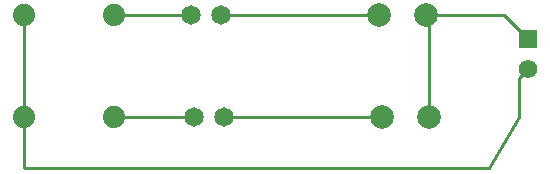
<source format=gtl>
G04 ---------------------------- Layer name :TOP LAYER*
G04 EasyEDA v5.8.19, Thu, 25 Oct 2018 08:31:33 GMT*
G04 2e5d9beedaa44debafd178f78d873103*
G04 Gerber Generator version 0.2*
G04 Scale: 100 percent, Rotated: No, Reflected: No *
G04 Dimensions in millimeters *
G04 leading zeros omitted , absolute positions ,3 integer and 3 decimal *
%FSLAX33Y33*%
%MOMM*%
G90*
G71D02*

%ADD10C,0.254000*%
%ADD11R,1.574800X1.574800*%
%ADD12C,1.574800*%
%ADD13C,1.651000*%
%ADD14C,1.879600*%
%ADD15C,1.999996*%

%LPD*%
G54D10*
G01X20477Y15748D02*
G01X13970Y15748D01*
G01X20731Y7112D02*
G01X13970Y7112D01*
G01X6350Y15748D02*
G01X6350Y7112D01*
G01X6350Y7112D02*
G01X6350Y2794D01*
G01X45720Y2794D01*
G01X48260Y7112D01*
G01X48260Y10414D01*
G01X49022Y11176D01*
G01X36354Y15748D02*
G01X23017Y15748D01*
G01X36608Y7112D02*
G01X23271Y7112D01*
G01X40353Y15748D02*
G01X46990Y15748D01*
G01X49022Y13716D01*
G01X40607Y7112D02*
G01X40607Y15494D01*
G01X40353Y15748D01*
G54D11*
G01X49022Y13716D03*
G54D12*
G01X49022Y11176D03*
G54D13*
G01X23017Y15748D03*
G01X20477Y15748D03*
G01X23271Y7112D03*
G01X20731Y7112D03*
G54D14*
G01X6350Y15748D03*
G01X13970Y15748D03*
G01X6350Y7112D03*
G01X13970Y7112D03*
G54D15*
G01X40353Y15748D03*
G01X36354Y15748D03*
G01X40607Y7112D03*
G01X36608Y7112D03*
M00*
M02*

</source>
